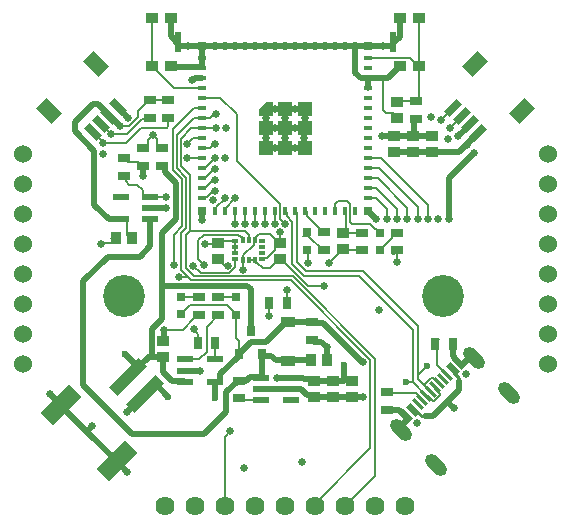
<source format=gbr>
%TF.GenerationSoftware,Altium Limited,Altium Designer,24.10.1 (45)*%
G04 Layer_Physical_Order=1*
G04 Layer_Color=5514966*
%FSLAX45Y45*%
%MOMM*%
%TF.SameCoordinates,EEF0193C-C13F-4000-B0C4-A13F86DA6223*%
%TF.FilePolarity,Positive*%
%TF.FileFunction,Copper,L1,Top,Signal*%
%TF.Part,Single*%
G01*
G75*
%TA.AperFunction,BGAPad,CuDef*%
%ADD10R,1.20000X1.20000*%
%TA.AperFunction,SMDPad,CuDef*%
%ADD11R,0.40000X0.40000*%
%TA.AperFunction,ConnectorPad*%
%ADD12R,0.40000X0.80000*%
%ADD13R,0.80000X0.40000*%
%TA.AperFunction,SMDPad,CuDef*%
%ADD14R,0.80000X0.80000*%
%ADD15R,0.80000X0.80000*%
%ADD16R,1.00000X0.80000*%
%ADD17R,0.55000X1.70000*%
%ADD18R,1.00000X0.90000*%
%ADD19C,0.60000*%
%ADD20R,1.40000X0.60000*%
G04:AMPARAMS|DCode=21|XSize=1mm|YSize=3.5mm|CornerRadius=0mm|HoleSize=0mm|Usage=FLASHONLY|Rotation=315.000|XOffset=0mm|YOffset=0mm|HoleType=Round|Shape=Rectangle|*
%AMROTATEDRECTD21*
4,1,4,-1.59099,-0.88388,0.88388,1.59099,1.59099,0.88388,-0.88388,-1.59099,-1.59099,-0.88388,0.0*
%
%ADD21ROTATEDRECTD21*%

G04:AMPARAMS|DCode=22|XSize=1.5mm|YSize=3.4mm|CornerRadius=0mm|HoleSize=0mm|Usage=FLASHONLY|Rotation=315.000|XOffset=0mm|YOffset=0mm|HoleType=Round|Shape=Rectangle|*
%AMROTATEDRECTD22*
4,1,4,-1.73241,-0.67175,0.67175,1.73241,1.73241,0.67175,-0.67175,-1.73241,-1.73241,-0.67175,0.0*
%
%ADD22ROTATEDRECTD22*%

G04:AMPARAMS|DCode=23|XSize=1.54991mm|YSize=0.59995mm|CornerRadius=0mm|HoleSize=0mm|Usage=FLASHONLY|Rotation=315.000|XOffset=0mm|YOffset=0mm|HoleType=Round|Shape=Rectangle|*
%AMROTATEDRECTD23*
4,1,4,-0.76009,0.33586,-0.33586,0.76009,0.76009,-0.33586,0.33586,-0.76009,-0.76009,0.33586,0.0*
%
%ADD23ROTATEDRECTD23*%

G04:AMPARAMS|DCode=24|XSize=1.8001mm|YSize=1.1999mm|CornerRadius=0mm|HoleSize=0mm|Usage=FLASHONLY|Rotation=315.000|XOffset=0mm|YOffset=0mm|HoleType=Round|Shape=Rectangle|*
%AMROTATEDRECTD24*
4,1,4,-1.06066,0.21220,-0.21220,1.06066,1.06066,-0.21220,0.21220,-1.06066,-1.06066,0.21220,0.0*
%
%ADD24ROTATEDRECTD24*%

%ADD25R,0.55000X0.35000*%
%ADD26R,0.35000X0.55000*%
%ADD27R,1.00000X0.90000*%
%ADD28R,0.90000X1.00000*%
%ADD29R,0.80000X1.00000*%
%ADD30R,1.22000X0.91000*%
%ADD31R,0.80000X0.90000*%
G04:AMPARAMS|DCode=32|XSize=0.57506mm|YSize=1.15011mm|CornerRadius=0mm|HoleSize=0mm|Usage=FLASHONLY|Rotation=45.000|XOffset=0mm|YOffset=0mm|HoleType=Round|Shape=Rectangle|*
%AMROTATEDRECTD32*
4,1,4,0.20331,-0.60994,-0.60994,0.20331,-0.20331,0.60994,0.60994,-0.20331,0.20331,-0.60994,0.0*
%
%ADD32ROTATEDRECTD32*%

G04:AMPARAMS|DCode=33|XSize=0.27508mm|YSize=1.15011mm|CornerRadius=0mm|HoleSize=0mm|Usage=FLASHONLY|Rotation=45.000|XOffset=0mm|YOffset=0mm|HoleType=Round|Shape=Rectangle|*
%AMROTATEDRECTD33*
4,1,4,0.30937,-0.50388,-0.50388,0.30937,-0.30937,0.50388,0.50388,-0.30937,0.30937,-0.50388,0.0*
%
%ADD33ROTATEDRECTD33*%

G04:AMPARAMS|DCode=34|XSize=1.8001mm|YSize=1.1999mm|CornerRadius=0mm|HoleSize=0mm|Usage=FLASHONLY|Rotation=225.000|XOffset=0mm|YOffset=0mm|HoleType=Round|Shape=Rectangle|*
%AMROTATEDRECTD34*
4,1,4,0.21220,1.06066,1.06066,0.21220,-0.21220,-1.06066,-1.06066,-0.21220,0.21220,1.06066,0.0*
%
%ADD34ROTATEDRECTD34*%

G04:AMPARAMS|DCode=35|XSize=1.54991mm|YSize=0.59995mm|CornerRadius=0mm|HoleSize=0mm|Usage=FLASHONLY|Rotation=225.000|XOffset=0mm|YOffset=0mm|HoleType=Round|Shape=Rectangle|*
%AMROTATEDRECTD35*
4,1,4,0.33586,0.76009,0.76009,0.33586,-0.33586,-0.76009,-0.76009,-0.33586,0.33586,0.76009,0.0*
%
%ADD35ROTATEDRECTD35*%

%TA.AperFunction,Conductor*%
%ADD36C,0.50800*%
%ADD37C,0.15240*%
%ADD38C,0.40640*%
%ADD39C,0.25400*%
%TA.AperFunction,ComponentPad*%
%ADD40C,1.62001*%
%ADD41C,1.52400*%
%ADD42C,0.64999*%
G04:AMPARAMS|DCode=43|XSize=2.2159mm|YSize=1.10795mm|CornerRadius=0mm|HoleSize=0mm|Usage=FLASHONLY|Rotation=135.000|XOffset=0mm|YOffset=0mm|HoleType=Round|Shape=Round|*
%AMOVALD43*
21,1,1.10795,1.10795,0.00000,0.00000,135.0*
1,1,1.10795,0.39172,-0.39172*
1,1,1.10795,-0.39172,0.39172*
%
%ADD43OVALD43*%

%TA.AperFunction,ViaPad*%
%ADD44C,3.55000*%
%ADD45C,0.66040*%
%ADD46C,0.63500*%
G36*
X2307500Y3627500D02*
X2187500D01*
Y3687500D01*
X2247500Y3747500D01*
X2307500D01*
Y3627500D01*
D02*
G37*
D10*
X2247500Y3522500D02*
D03*
Y3357500D02*
D03*
X2412500D02*
D03*
X2577500D02*
D03*
Y3522500D02*
D03*
Y3687500D02*
D03*
X2412500D02*
D03*
Y3522500D02*
D03*
D11*
X2247500Y3687500D02*
D03*
D12*
X1817500Y4222500D02*
D03*
X1902500D02*
D03*
X1987500D02*
D03*
X2072500D02*
D03*
X2157500D02*
D03*
X2242500D02*
D03*
X2327500D02*
D03*
X2412500D02*
D03*
X2497500D02*
D03*
X2582500D02*
D03*
X2667500D02*
D03*
X2752500D02*
D03*
X2837500D02*
D03*
X2922500D02*
D03*
X3007500D02*
D03*
Y2822500D02*
D03*
X2922500D02*
D03*
X2837500D02*
D03*
X2752500D02*
D03*
X2667500D02*
D03*
X2582500D02*
D03*
X2497500D02*
D03*
X2412500D02*
D03*
X2327500D02*
D03*
X2242500D02*
D03*
X2157500D02*
D03*
X2072500D02*
D03*
X1987500D02*
D03*
X1902500D02*
D03*
X1817500D02*
D03*
D13*
X3112500Y4117500D02*
D03*
Y4032500D02*
D03*
Y3947500D02*
D03*
Y3862500D02*
D03*
Y3777500D02*
D03*
Y3692500D02*
D03*
Y3607500D02*
D03*
Y3522500D02*
D03*
Y3437500D02*
D03*
Y3352500D02*
D03*
Y3267500D02*
D03*
Y3182500D02*
D03*
Y3097500D02*
D03*
Y3012500D02*
D03*
Y2927500D02*
D03*
X1712500D02*
D03*
Y3012500D02*
D03*
Y3097500D02*
D03*
Y3182500D02*
D03*
Y3267500D02*
D03*
Y3352500D02*
D03*
Y3437500D02*
D03*
Y3522500D02*
D03*
Y3607500D02*
D03*
Y3692500D02*
D03*
Y3777500D02*
D03*
Y3862500D02*
D03*
Y3947500D02*
D03*
Y4032500D02*
D03*
Y4117500D02*
D03*
D14*
X3112500Y2822500D02*
D03*
Y4222500D02*
D03*
X1712500Y2822500D02*
D03*
Y4222500D02*
D03*
D15*
X1994992Y2095009D02*
D03*
X1994992Y1945008D02*
D03*
X1534992Y1947508D02*
D03*
Y2097508D02*
D03*
X3212508Y2637492D02*
D03*
Y2487492D02*
D03*
X2599992Y2490008D02*
D03*
Y2640008D02*
D03*
D16*
X1687500Y2095000D02*
D03*
Y1945000D02*
D03*
X1845000D02*
D03*
Y2095000D02*
D03*
X2020000Y1235000D02*
D03*
Y1385000D02*
D03*
X2640000Y1880000D02*
D03*
Y1730000D02*
D03*
X1267500Y3757500D02*
D03*
Y3607500D02*
D03*
X1425000Y3757500D02*
D03*
Y3607500D02*
D03*
X1052500Y3267500D02*
D03*
Y3117500D02*
D03*
X3060000Y2637500D02*
D03*
Y2487500D02*
D03*
X3362500Y2637500D02*
D03*
Y2487500D02*
D03*
X2740000Y2490000D02*
D03*
Y2640000D02*
D03*
X3520000Y3602500D02*
D03*
Y3752500D02*
D03*
X3272500Y1290000D02*
D03*
Y1140000D02*
D03*
X1210000Y3202500D02*
D03*
Y3352500D02*
D03*
X1367500Y3352500D02*
D03*
Y3202500D02*
D03*
D17*
X1505000Y4250000D02*
D03*
X3322500D02*
D03*
D18*
X1442500Y4045000D02*
D03*
X1282500D02*
D03*
Y4455000D02*
D03*
X1442500D02*
D03*
X3385000D02*
D03*
X3545000D02*
D03*
Y4045000D02*
D03*
X3385000D02*
D03*
D19*
X1420000Y1250000D02*
D03*
X3615000Y1510000D02*
D03*
X3432500Y1370000D02*
D03*
X1057500Y1612500D02*
D03*
X1820000Y1237500D02*
D03*
X2907500Y1520000D02*
D03*
D20*
X1567500Y1565000D02*
D03*
Y1470000D02*
D03*
Y1375000D02*
D03*
X1817500D02*
D03*
Y1565000D02*
D03*
X2462500Y1410000D02*
D03*
Y1220000D02*
D03*
X2212500D02*
D03*
Y1315000D02*
D03*
Y1410000D02*
D03*
X1272500Y2750000D02*
D03*
Y2845000D02*
D03*
Y2940000D02*
D03*
X1022500D02*
D03*
Y2750000D02*
D03*
D21*
X1085741Y1417163D02*
D03*
X1227163Y1275741D02*
D03*
D22*
X512985Y1176746D02*
D03*
X986746Y702985D02*
D03*
D23*
X854923Y3558355D02*
D03*
X925651Y3629084D02*
D03*
X996362Y3699794D02*
D03*
X784212Y3487645D02*
D03*
D24*
X812500Y4067500D02*
D03*
X416507Y3671506D02*
D03*
D25*
X1992500Y2567500D02*
D03*
Y2517500D02*
D03*
Y2467500D02*
D03*
Y2417500D02*
D03*
X2217500D02*
D03*
Y2467500D02*
D03*
Y2517500D02*
D03*
Y2567500D02*
D03*
D26*
X2055000Y2405000D02*
D03*
X2105000D02*
D03*
X2155000D02*
D03*
Y2580000D02*
D03*
X2105000D02*
D03*
X2055000D02*
D03*
D27*
X2655000Y1247500D02*
D03*
Y1382500D02*
D03*
X2975000Y1247500D02*
D03*
Y1382500D02*
D03*
X2815000Y1247500D02*
D03*
Y1382500D02*
D03*
X1382500Y1582500D02*
D03*
Y1717500D02*
D03*
X3652500Y3460000D02*
D03*
Y3325000D02*
D03*
X2902500Y2632500D02*
D03*
Y2497500D02*
D03*
X3362500Y3747500D02*
D03*
Y3612500D02*
D03*
X3492500Y3460000D02*
D03*
Y3325000D02*
D03*
X3332500Y3460000D02*
D03*
Y3325000D02*
D03*
X2370000Y2550000D02*
D03*
Y2415000D02*
D03*
X1842500Y2552500D02*
D03*
Y2417500D02*
D03*
D28*
X2770000Y1560000D02*
D03*
X2635000D02*
D03*
X1112500Y2592500D02*
D03*
X977500D02*
D03*
D29*
X1822500Y1702500D02*
D03*
X1672500D02*
D03*
X2427500Y2042500D02*
D03*
X2277500D02*
D03*
X3685000Y1697500D02*
D03*
X3835000D02*
D03*
D30*
X2437500Y1881000D02*
D03*
Y1554000D02*
D03*
D31*
X2025000Y1607500D02*
D03*
X2215000D02*
D03*
X2120000Y1807500D02*
D03*
D32*
X3888940Y1536440D02*
D03*
X3832382Y1479882D02*
D03*
X3492964Y1140464D02*
D03*
X3436407Y1083907D02*
D03*
D33*
X3786421Y1433921D02*
D03*
X3751057Y1398557D02*
D03*
X3715711Y1363211D02*
D03*
X3680346Y1327846D02*
D03*
X3645000Y1292500D02*
D03*
X3609636Y1257136D02*
D03*
X3574290Y1221790D02*
D03*
X3538925Y1186425D02*
D03*
D34*
X4021605Y4063712D02*
D03*
X4417599Y3667719D02*
D03*
D35*
X3837743Y3696007D02*
D03*
X4049893Y3483857D02*
D03*
X3979183Y3554568D02*
D03*
X3908454Y3625296D02*
D03*
D36*
X1180000Y2435000D02*
X1267500Y2522500D01*
X705000Y2227500D02*
X912500Y2435000D01*
X1180000D01*
X1367500Y2187500D02*
Y2635000D01*
X1485000Y2752500D01*
X1367500Y1905000D02*
Y2187500D01*
X1286250Y1823750D02*
X1367500Y1905000D01*
X1267500Y2522500D02*
Y2560000D01*
X1267916D02*
Y2747916D01*
X1725000Y937500D02*
X1910416Y1122916D01*
X1115000Y937500D02*
X1725000D01*
X1910416Y1122916D02*
Y1285416D01*
X705000Y1347500D02*
X1115000Y937500D01*
X705000Y1347500D02*
Y2227500D01*
X1392100Y3147900D02*
X1485000Y3055000D01*
X1372500Y3207500D02*
X1392100Y3187900D01*
Y3147900D02*
Y3187900D01*
X2120000Y1817500D02*
Y2157742D01*
X1367500Y2187500D02*
X2090242D01*
X2120000Y2157742D01*
X1485000Y2752500D02*
Y3055000D01*
X1712500Y2745000D02*
Y2822500D01*
X1712500Y2822500D02*
X1712500Y2822500D01*
X1286250Y1584012D02*
Y1823750D01*
X1267916Y2747916D02*
X1268750Y2748750D01*
X1252590Y1584012D02*
X1286250D01*
X1374011D01*
X630000Y3495000D02*
X797500Y3327500D01*
Y2872500D02*
Y3327500D01*
Y2872500D02*
X920000Y2750000D01*
X3797500Y2760000D02*
X3800000Y2757500D01*
X3797500Y2760000D02*
Y3097500D01*
X4012500Y3312500D01*
X3330000Y4242500D02*
X3385000Y4297500D01*
X3112500Y4222500D02*
X3237500D01*
X3007500D02*
X3112500D01*
X3886912Y3325000D02*
X3949412Y3387500D01*
X2667500Y4222500D02*
X2752500D01*
X2582500D02*
X2667500D01*
X2497500D02*
X2582500D01*
X2412500D02*
X2497500D01*
X2922500D02*
X3007500D01*
X2837500D02*
X2922500D01*
X2752500D02*
X2837500D01*
X3888940Y1536440D02*
X3906900Y1518479D01*
X3832500Y1592879D02*
X3888940Y1536440D01*
X3377500Y1140000D02*
X3437500Y1080000D01*
X2630000Y1740000D02*
X2654600Y1715400D01*
X2327500Y4222500D02*
X2412500D01*
X2242500D02*
X2327500D01*
X2157500D02*
X2242500D01*
X2072500D02*
X2157500D01*
X1987500D02*
X2072500D01*
X1902500D02*
X1987500D01*
X1817500D02*
X1902500D01*
X1712500D02*
X1817500D01*
X988643Y3707393D02*
X1085000Y3611036D01*
X1373750Y1716250D02*
X1383750Y1726250D01*
X1300000Y1370000D02*
X1420000Y1250000D01*
X3174584Y2760416D02*
X3179584D01*
X3112500Y2822500D02*
X3174584Y2760416D01*
X3179584D02*
X3182500Y2757500D01*
X1649124Y3947500D02*
X1712500D01*
X1624124Y3922500D02*
X1649124Y3947500D01*
X1910416Y1285416D02*
X2010000Y1385000D01*
X2085000D01*
X2897500Y2497500D02*
X2902500D01*
X3877115Y3452500D02*
X3967307Y3542692D01*
X1295000Y1370000D02*
X1300000D01*
X1820000Y1237500D02*
Y1372500D01*
X1817500Y1375000D02*
X1857500D01*
X1057500Y1612500D02*
X1148302Y1521698D01*
X2815000Y1382500D02*
X2910000D01*
X2907500Y1517500D02*
X2907511D01*
X2910000Y1382500D02*
Y1515000D01*
X2909260Y1515740D02*
Y1515750D01*
Y1515740D02*
X2910000Y1515000D01*
X2907511Y1517500D02*
X2909260Y1515750D01*
X1148302Y1479723D02*
X1248039Y1579461D01*
X2225582Y1596919D02*
X2295582D01*
X2331669Y1560832D02*
X2430668D01*
X2215000Y1607500D02*
X2225582Y1596919D01*
X2295582D02*
X2331669Y1560832D01*
X2430668D02*
X2437500Y1554000D01*
X2215000Y1412500D02*
Y1607500D01*
X3832500Y1592879D02*
Y1690000D01*
X3272500Y1140000D02*
X3377500D01*
X2975000Y1247500D02*
X3070000D01*
X2733082Y1876918D02*
X3067084Y1542916D01*
X2640000Y1880000D02*
X2643082Y1876918D01*
X2733082D01*
X2640000Y1880000D02*
X2650000D01*
X3237500Y4222500D02*
X3320400D01*
X2825000Y1247500D02*
X2970000D01*
X2815000D02*
X2825000D01*
X2827500Y1245000D01*
X2822500Y1250000D02*
X2825000Y1247500D01*
X2340000Y1410000D02*
X2462500D01*
X3492500Y3460000D02*
X3652500D01*
X3230000D02*
X3492500D01*
X3953018Y3386982D02*
X4049893Y3483857D01*
X3652500Y3325000D02*
X3886912D01*
X3949412Y3387500D02*
X3952500D01*
X3492500Y3325000D02*
X3645000D01*
X3332500D02*
X3492500D01*
X3506250Y3588750D02*
X3520000Y3602500D01*
X3506250Y3479600D02*
Y3588750D01*
X3117900Y3947500D02*
X3287500D01*
X1072500Y1121079D02*
X1227163Y1275741D01*
X1383750Y1813750D02*
X1385000Y1815000D01*
X1383750Y1726250D02*
Y1813750D01*
X3597500Y1090000D02*
X3665000D01*
X3882500Y1307500D01*
X3787342Y1205158D02*
X3840000Y1152500D01*
X3882500Y1312580D02*
Y1385000D01*
X2634500Y1557000D02*
X2642500Y1565000D01*
X2112500Y1412500D02*
X2212500D01*
X1382500Y1460000D02*
Y1577500D01*
Y1460000D02*
X1457820Y1384680D01*
X1557820D01*
X1567500Y1470000D02*
X1692500D01*
X2655000Y1382500D02*
X2800000D01*
X2770000Y1560000D02*
Y1662742D01*
X2765876Y1667500D02*
X2770000D01*
X2717977Y1715400D02*
X2765876Y1667500D01*
X1857500Y1375000D02*
X1862100Y1379600D01*
X2005000Y1240000D02*
X2007500D01*
X2655000Y1247500D02*
X2812500D01*
X2547501Y1315000D02*
X2595400Y1267100D01*
X2575400Y1402100D02*
X2635400D01*
X2463082Y1409419D02*
X2568082D01*
X2440500Y1557000D02*
X2634500D01*
X2251000Y1710000D02*
X2431000Y1890000D01*
X2437500Y1881000D02*
X2639000D01*
X2654600Y1715400D02*
X2717977D01*
X2025000Y1612500D02*
X2122500Y1710000D01*
X2251000D01*
X2025000Y1607500D02*
Y1612500D01*
X2212500Y1315000D02*
X2347500D01*
X2547501D01*
X1862100Y1379600D02*
Y1439600D01*
X2085000Y1385000D02*
X2112500Y1412500D01*
X1862100Y1439600D02*
X2010400Y1587900D01*
X1210000Y3120000D02*
Y3195000D01*
X630000Y3495000D02*
Y3572500D01*
X782500Y3725000D02*
X829615D01*
X630000Y3572500D02*
X782500Y3725000D01*
X829615D02*
X917932Y3636683D01*
X920000Y2750000D02*
X960000D01*
X948557Y3606058D02*
X1015000Y3539615D01*
X1272500Y2845000D02*
X1402500D01*
X420000Y1269731D02*
X512985Y1176746D01*
X986746Y702985D02*
X1077231Y612500D01*
X736115Y953616D02*
X986746Y702985D01*
X517500Y1172231D02*
X736115Y953616D01*
X780000Y997500D01*
X3380000Y986837D02*
X3454367Y1061205D01*
X3380000Y977500D02*
Y986837D01*
X3911642Y1518479D02*
X3985662Y1592500D01*
X4007500D01*
X3906900Y1518479D02*
X3911642D01*
X1587500Y4222500D02*
X1712500D01*
X1507100D02*
X1587500D01*
X1505000Y4224600D02*
X1507100Y4222500D01*
X1505000Y4224600D02*
Y4250000D01*
X1449600Y4037900D02*
X1697900D01*
X1442500Y4045000D02*
X1449600Y4037900D01*
X1712500D02*
Y4112100D01*
X1442500Y4305000D02*
Y4455000D01*
Y4305000D02*
X1500000Y4247500D01*
X3320400Y4222500D02*
X3322500Y4224600D01*
Y4250000D01*
X3385000Y4297500D02*
Y4455000D01*
X3380000Y4045000D02*
X3385000D01*
X3360400Y4020400D02*
Y4025400D01*
X3380000Y4045000D01*
X3287500Y3947500D02*
X3360400Y4020400D01*
X3007500Y3992258D02*
X3052258Y3947500D01*
X3112500D01*
X3007500Y3992258D02*
Y4207900D01*
X1712500Y4117500D02*
Y4212500D01*
X1712500Y4212500D01*
X3112500Y3862500D02*
Y3942100D01*
D37*
X1470000Y2365000D02*
Y2620000D01*
X1542500Y2692500D01*
X1532500Y2635000D02*
X1575000Y2677500D01*
X1532500Y2320000D02*
Y2635000D01*
Y2320000D02*
X1588750Y2263750D01*
X860120Y2550120D02*
X970120D01*
X852500Y2542500D02*
X860120Y2550120D01*
X2462500Y2235000D02*
X3135000Y1562500D01*
X1617500Y2235000D02*
X2462500D01*
X1588750Y2263750D02*
X1617500Y2235000D01*
X1571250Y2621250D02*
X1605000Y2655000D01*
X1571250Y2338750D02*
Y2621250D01*
X1495000Y3185000D02*
Y3465000D01*
Y3185000D02*
X1575000Y3105000D01*
Y2677500D02*
Y3105000D01*
X1465000Y3167500D02*
Y3515000D01*
Y3167500D02*
X1542500Y3090000D01*
Y2692500D02*
Y3090000D01*
X1605000Y2652500D02*
Y3125000D01*
X1527500Y3202500D02*
X1605000Y3125000D01*
X1571250Y2338750D02*
X1642500Y2267500D01*
X1605000Y2655000D02*
X2072500D01*
X1605000Y2652500D02*
Y2655000D01*
X1527500Y3202500D02*
Y3430000D01*
X2590000Y2310000D02*
X3075000D01*
X3541250Y1436250D02*
Y1843750D01*
X3075000Y2310000D02*
X3541250Y1843750D01*
X2575000Y2272500D02*
X3037500D01*
X3494636Y1815364D01*
Y1372500D02*
Y1815364D01*
X1645120Y1912620D02*
Y1912620D01*
X1385000Y1815000D02*
X1547500D01*
X1645120Y1912620D01*
Y1912620D02*
X1678180Y1945680D01*
X1680680D01*
X1750000Y1839052D02*
X1865233Y1954285D01*
X1750000Y1630000D02*
Y1839052D01*
X1685000Y1565000D02*
X1750000Y1630000D01*
X1567500Y1565000D02*
X1685000D01*
X1997500Y1747500D02*
Y1938929D01*
Y1747500D02*
X2025000Y1720000D01*
X1845000Y2095000D02*
X1987499D01*
X1534992Y2097508D02*
X1689992D01*
X1609984Y2022500D02*
X1917500D01*
X1542484Y1955000D02*
X1609984Y2022500D01*
X1917500D02*
X1993750Y1946250D01*
X2025000Y1612500D02*
Y1720000D01*
X970120Y2550120D02*
X977500Y2557500D01*
X2480000Y2267500D02*
X3175000Y1572500D01*
X1642500Y2267500D02*
X2480000D01*
X1940000Y2295000D02*
X1992500Y2347500D01*
X1700000Y2295000D02*
X1940000D01*
X1635000Y2360000D02*
X1700000Y2295000D01*
X1865000Y3777500D02*
X2002500Y3640000D01*
Y3247500D02*
X2370000Y2880000D01*
X2002500Y3247500D02*
Y3640000D01*
X2370000Y2757500D02*
Y2880000D01*
X2475000Y2372500D02*
X2575000Y2272500D01*
X2424880Y2782621D02*
X2475000Y2732501D01*
Y2372500D02*
Y2732501D01*
X2509880Y2783812D02*
Y2810120D01*
X2512500Y2387500D02*
Y2781192D01*
Y2387500D02*
X2590000Y2310000D01*
X2497500Y2822500D02*
X2509880Y2810120D01*
Y2783812D02*
X2512500Y2781192D01*
X2370000Y2757500D02*
X2415000Y2712500D01*
X2415000D01*
X2372500Y2572500D02*
Y2645000D01*
X2360000Y2560000D02*
X2372500Y2572500D01*
X1712500Y3777500D02*
X1865000D01*
X1817500Y3267500D02*
X1822500D01*
X1732500Y3182500D02*
X1817500Y3267500D01*
X1822500Y2542500D02*
X1847500Y2567500D01*
X1167380Y3235120D02*
X1207500Y3195000D01*
X942500Y2592500D02*
X977500Y2557500D01*
X1992500Y2472500D02*
X1995000Y2470000D01*
X1813474Y3387500D02*
X1822500D01*
X1730000Y3352500D02*
X1778474D01*
X1813474Y3387500D01*
X1721250Y3361250D02*
X1730000Y3352500D01*
X1712500D02*
X1721250Y3361250D01*
X1712500Y3522500D02*
X1713750Y3521250D01*
X1823750D02*
X1825000Y3520000D01*
X1713750Y3521250D02*
X1823750D01*
X1813474Y3642500D02*
X1825000D01*
X1778474Y3607500D02*
X1813474Y3642500D01*
X1733060Y3607500D02*
X1778474D01*
X1722780Y3617780D02*
X1733060Y3607500D01*
X1712500D02*
X1722780Y3617780D01*
X1904500Y325500D02*
X1917500Y312500D01*
X1904500Y325500D02*
Y912000D01*
X1947500Y955000D01*
X2602500Y2380000D02*
Y2487500D01*
X2599992Y2490008D02*
X2602500Y2487500D01*
X2327620Y2587380D02*
X2357500Y2557500D01*
X2782500Y2382500D02*
X2883568Y2483568D01*
X2888568D01*
X2780000Y2382500D02*
X2782500D01*
X2582500Y2830000D02*
X2594880Y2817620D01*
X2730000Y2640000D02*
X2740000D01*
X2594880Y2775120D02*
X2730000Y2640000D01*
X2594880Y2775120D02*
Y2817620D01*
X2567500Y2610000D02*
X2610000D01*
X2730000Y2490000D02*
X2740000D01*
X2610000Y2610000D02*
X2730000Y2490000D01*
X3610000Y1505000D02*
Y1510000D01*
X3541250Y1436250D02*
X3610000Y1505000D01*
X3541250Y1398750D02*
Y1436250D01*
X3494636Y1372136D02*
X3609636Y1257136D01*
X3492500Y1370000D02*
X3495000Y1372500D01*
X3432500Y1370000D02*
X3492500D01*
X2072500Y2655000D02*
X2106067Y2621433D01*
X2105000Y2580000D02*
X2106067Y2581067D01*
Y2621433D01*
X2015000Y2620000D02*
X2035120Y2599880D01*
X1722500Y2620000D02*
X2015000D01*
X1677500Y2575000D02*
X1722500Y2620000D01*
X1897780Y2367220D02*
X1915280D01*
X1925000Y2357500D01*
X1850000Y2415000D02*
X1897780Y2367220D01*
X1850000Y2415000D02*
Y2430000D01*
X1737500Y2542500D02*
X1822500D01*
X2602500Y2187500D02*
X2742500D01*
X2372500Y2407500D02*
X2382500D01*
X2602500Y2187500D01*
X2287500Y2337500D02*
X2365000Y2415000D01*
X1827500Y2095000D02*
X1827500Y2095000D01*
X3180128Y2669872D02*
X3217500Y2632500D01*
X3175128Y2669872D02*
X3180128D01*
X3217500Y2627500D02*
Y2632500D01*
X2978927Y2715000D02*
X3130000D01*
X3175128Y2669872D01*
X3135000Y812500D02*
Y1562500D01*
X2655000Y332500D02*
X3135000Y812500D01*
X3175000Y579500D02*
Y1572500D01*
X2920500Y325000D02*
X3175000Y579500D01*
X3272500Y1290000D02*
X3285000Y1277500D01*
X3518579D01*
X3357500Y2482500D02*
X3362500Y2487500D01*
X3332500Y2457500D02*
X3357500Y2482500D01*
X1672500Y1702500D02*
Y1778753D01*
X1645000Y1806253D02*
Y1820000D01*
Y1806253D02*
X1672500Y1778753D01*
X2427500Y2042500D02*
Y2155000D01*
X2277500Y1932500D02*
Y2042500D01*
X3240000Y3675000D02*
X3265120Y3649880D01*
X3240000Y3675000D02*
Y3945000D01*
X3265120Y3649880D02*
X3325120D01*
X3362500Y3612500D01*
X1677500Y2417500D02*
Y2575000D01*
Y2417500D02*
X1730000Y2365000D01*
X2164880Y2385120D02*
X2174880D01*
X2222500Y2337500D02*
X2287500D01*
X2155000Y2395000D02*
X2164880Y2385120D01*
X2174880D02*
X2222500Y2337500D01*
X2155000Y2395000D02*
Y2405000D01*
X2329076Y2494076D02*
Y2512620D01*
X2223424Y2423424D02*
X2258424D01*
X2343955Y2527500D02*
X2362500D01*
X2217500Y2417500D02*
X2223424Y2423424D01*
X2258424D02*
X2329076Y2494076D01*
Y2512620D02*
X2343955Y2527500D01*
X2105000Y2405000D02*
X2152500D01*
X2145120Y2572620D02*
X2157500Y2585000D01*
X2055000Y2447500D02*
X2145120Y2537620D01*
Y2572620D01*
X2055000Y2405000D02*
Y2447500D01*
X2327620Y2587380D02*
X2327620D01*
X2285000Y2630000D02*
X2327620Y2587380D01*
X2195000Y2630000D02*
X2285000D01*
X2155000Y2590000D02*
X2195000Y2630000D01*
X1992500Y2517500D02*
Y2565000D01*
X1847500Y2567500D02*
X1982500D01*
X1985000Y2565000D01*
X1992500Y2472500D02*
Y2517500D01*
Y2347500D02*
Y2417500D01*
X1515000Y2262500D02*
X1587500D01*
X2055000Y2580000D02*
Y2590000D01*
X2045120Y2599880D02*
X2055000Y2590000D01*
X2035120Y2599880D02*
X2045120D01*
X2328750Y2713750D02*
Y2821250D01*
X2327500Y2822500D02*
X2328750Y2821250D01*
Y2713750D02*
X2330000Y2712500D01*
X2242500D02*
Y2822500D01*
X2157500Y2712500D02*
Y2822500D01*
X2072500Y2712500D02*
Y2822500D01*
X2072500Y2822500D02*
X2072500Y2822500D01*
X1987500Y2712500D02*
Y2822500D01*
X2055000Y2322500D02*
X2055000Y2322500D01*
Y2405000D01*
X1495000Y3465000D02*
X1637500Y3607500D01*
X1465000Y3515000D02*
X1642500Y3692500D01*
X1712500D01*
X1637500Y3607500D02*
X1712500D01*
X1527500Y3430000D02*
X1620000Y3522500D01*
X2424880Y2782621D02*
Y2810120D01*
X2412500Y2822500D02*
X2424880Y2810120D01*
X3541250Y1398750D02*
X3590123Y1349877D01*
X3702500Y1520617D02*
Y1707500D01*
Y1520617D02*
X3786421Y1436696D01*
X3590123Y1349877D02*
X3648934Y1408688D01*
X3590123Y1349877D02*
X3625000Y1315000D01*
X3688750Y1705303D02*
X3717380Y1733933D01*
X3688750Y1700000D02*
Y1705303D01*
X3786421Y1433921D02*
Y1436696D01*
X3518579Y1277500D02*
X3568579Y1227500D01*
X1382500Y1717500D02*
X1387500D01*
X2822500Y1385000D02*
X2827500D01*
X1995000Y1230000D02*
X2005000Y1220000D01*
X1817500Y1570000D02*
X1827500Y1560000D01*
X1817500Y1570000D02*
Y1652500D01*
X2347500Y1315000D02*
Y1317500D01*
X2005000Y1220000D02*
X2212500D01*
X3357500Y2387500D02*
Y2482500D01*
X3062500Y2490000D02*
X3067500D01*
X3322500Y2457500D02*
X3332500D01*
X2922500Y2487500D02*
X3060000D01*
X2925000Y2655000D02*
Y2827500D01*
X2902500Y2632500D02*
X2925000Y2655000D01*
X2965000Y2728927D02*
X2978927Y2715000D01*
X2965000Y2728927D02*
Y2880000D01*
X2940000Y2905000D02*
X2965000Y2880000D01*
X2862500Y2905000D02*
X2940000D01*
X2837500Y2880000D02*
X2862500Y2905000D01*
X2837500Y2822500D02*
Y2880000D01*
X2902500Y2632500D02*
X3037500D01*
X3045000Y2640000D01*
X3320120Y2605120D02*
X3350000Y2635000D01*
X3212508Y2487492D02*
X3320120Y2595103D01*
Y2605120D01*
X3350000Y2635000D02*
X3360000D01*
X2699999Y2652501D02*
X2710008Y2642493D01*
X2580000Y2812500D02*
X2582500Y2810000D01*
X1084880Y3235120D02*
X1167380D01*
X1052500Y3267500D02*
X1084880Y3235120D01*
X1048927Y2750000D02*
X1071307Y2727620D01*
Y2619503D02*
Y2727620D01*
X1022500Y2750000D02*
X1048927D01*
X1071307Y2619503D02*
X1085000Y2605810D01*
X962500Y2750000D02*
X992740D01*
X1210000Y2940000D02*
Y2997500D01*
X1162380Y3045120D02*
X1210000Y2997500D01*
X1094880Y3045120D02*
X1162380D01*
X1062500Y3077500D02*
X1094880Y3045120D01*
X1062500Y3077500D02*
Y3087500D01*
X1272500Y2940000D02*
X1405000D01*
X1290000Y3465000D02*
X1327500Y3427500D01*
Y3382500D02*
Y3427500D01*
Y3382500D02*
X1357500Y3352500D01*
X1367500D01*
X1250487Y3425487D02*
X1290000Y3465000D01*
X1218107Y3352500D02*
X1250487Y3384880D01*
X1210000Y3352500D02*
X1218107D01*
X1250487Y3384880D02*
Y3425487D01*
X1585000Y3392500D02*
X1630000Y3437500D01*
X1712500D01*
X3387500Y3750000D02*
X3540000D01*
X3380000Y3757500D02*
X3387500Y3750000D01*
X3545000Y4045000D02*
Y4445000D01*
X3467500Y4117500D02*
X3540000Y4045000D01*
X3542500Y3770000D02*
Y4047500D01*
X3540000Y3767500D02*
X3542500Y3770000D01*
X3682500Y1317018D02*
X3724696Y1274821D01*
X3618311Y1257136D02*
X3662661Y1212786D01*
X3675286D01*
X3724696Y1262196D01*
Y1274821D01*
X3609636Y1257136D02*
X3618311D01*
X3648934Y1408688D02*
X3661559D01*
X3707036Y1363211D01*
X3715711D01*
X3682500Y1317018D02*
Y1327500D01*
X1258567Y3598567D02*
X1267500Y3607500D01*
X1203567Y3598567D02*
X1258567D01*
X942500Y3470000D02*
X1075000D01*
X1203567Y3598567D01*
X1225120Y3725120D02*
X1260000Y3760000D01*
X1165000Y3615000D02*
Y3665000D01*
X1260000Y3760000D02*
X1260000D01*
X1225120Y3725120D02*
Y3725120D01*
X1165000Y3665000D02*
X1225120Y3725120D01*
X1089615Y3539615D02*
X1165000Y3615000D01*
X1015000Y3539615D02*
X1089615D01*
X1267500Y3757500D02*
X1425000D01*
X1190000Y3522500D02*
X1410000D01*
X871737Y3400000D02*
X1067500D01*
X1190000Y3522500D01*
X776493Y3495243D02*
X869618Y3402118D01*
X1410000Y3522500D02*
X1425000Y3537500D01*
Y3607500D01*
X832500Y3580000D02*
X942500Y3470000D01*
X3805658Y3522500D02*
X3908454Y3625296D01*
X3836007Y3696007D02*
X3837743D01*
X3735000Y3595000D02*
X3735000D01*
X3836007Y3696007D01*
X820000Y3580000D02*
X832500D01*
X1620000Y3522500D02*
X1712500D01*
X3622500Y2755000D02*
Y2872500D01*
X3535000Y2755000D02*
Y2857500D01*
X3180000Y2927500D02*
X3272500Y2835000D01*
Y2757500D02*
Y2835000D01*
X3112500Y2927500D02*
X3180000D01*
X3360000Y2757500D02*
Y2837500D01*
X3185000Y3012500D02*
X3360000Y2837500D01*
X3112500Y3012500D02*
X3185000D01*
X3227500Y3267500D02*
X3622500Y2872500D01*
X3112500Y3267500D02*
X3227500D01*
X3210000Y3182500D02*
X3535000Y2857500D01*
X3447500Y2757500D02*
Y2847500D01*
X3197500Y3097500D02*
X3447500Y2847500D01*
X3112500Y3097500D02*
X3197500D01*
X3112500Y3182500D02*
X3210000D01*
X1285000Y4047500D02*
X1470000Y3862500D01*
X1282500Y4045000D02*
Y4442500D01*
X1277500Y4447500D02*
X1282500Y4442500D01*
X1470000Y3862500D02*
X1712500D01*
X3540000Y4450000D02*
X3545000Y4445000D01*
X3112500Y4117500D02*
X3467500D01*
X1792780Y2982780D02*
X1794033D01*
X1806253Y2995000D02*
X1820000D01*
X1794033Y2982780D02*
X1806253Y2995000D01*
X1749880Y2939880D02*
X1792780Y2982780D01*
X1712500Y2927500D02*
X1724880Y2939880D01*
X1749880D01*
X1732500Y3012500D02*
X1795280Y3075280D01*
X1712500Y3012500D02*
X1732500D01*
Y3097500D02*
X1810000Y3175000D01*
X1712500Y3097500D02*
X1732500D01*
X1810000Y3175000D02*
X1822500D01*
X1712500Y3182500D02*
X1732500D01*
X1902500Y2842500D02*
X1987500Y2927500D01*
X1902500Y2926044D02*
Y2927500D01*
X1831335Y2854880D02*
X1902500Y2926044D01*
Y2822500D02*
Y2842500D01*
X1817500Y2822500D02*
Y2842500D01*
X1829880Y2854880D02*
X1831335D01*
X1817500Y2842500D02*
X1829880Y2854880D01*
X1585000Y3267500D02*
X1712500D01*
D38*
X1148302Y1479723D02*
Y1521698D01*
X1085741Y1417163D02*
X1148302Y1479723D01*
X1557820Y1384680D02*
X1567500Y1375000D01*
D39*
X3515666Y1140464D02*
X3568631Y1087500D01*
X3597500D01*
X3492964Y1140464D02*
X3515666D01*
X3882500Y1385000D02*
Y1407500D01*
X3832382Y1457618D02*
X3882500Y1407500D01*
X3832382Y1457618D02*
Y1479882D01*
D40*
X1396500Y325000D02*
D03*
X1650500D02*
D03*
X1904500D02*
D03*
X2158500D02*
D03*
X2412500D02*
D03*
X2666500D02*
D03*
X2920500D02*
D03*
X3174500D02*
D03*
X3428500D02*
D03*
D41*
X4640000Y3300500D02*
D03*
Y3046500D02*
D03*
Y2792500D02*
D03*
Y2538500D02*
D03*
Y2284500D02*
D03*
Y2030500D02*
D03*
Y1776500D02*
D03*
Y1522500D02*
D03*
X190000Y1522000D02*
D03*
Y1776000D02*
D03*
Y2030000D02*
D03*
Y2284000D02*
D03*
Y2538000D02*
D03*
Y2792000D02*
D03*
Y3046000D02*
D03*
Y3300000D02*
D03*
D42*
X3533335Y1029390D02*
D03*
X3941689Y1437744D02*
D03*
D43*
X3397863Y964038D02*
D03*
X4008808Y1574983D02*
D03*
X4304384Y1279407D02*
D03*
X3693440Y668462D02*
D03*
D44*
X3750000Y2100000D02*
D03*
X1050000D02*
D03*
D45*
X1470000Y2365000D02*
D03*
X852500Y2542500D02*
D03*
X1712500Y2745000D02*
D03*
X872500Y3302500D02*
D03*
X2415000Y2712500D02*
D03*
X2372500Y2645000D02*
D03*
X1822500Y3267500D02*
D03*
X3800000Y2757500D02*
D03*
X3710000D02*
D03*
X3790000Y3435000D02*
D03*
X3650000Y3617500D02*
D03*
X1912500Y3522500D02*
D03*
X3182500Y2757500D02*
D03*
X1805000Y2912500D02*
D03*
X1907500Y3267500D02*
D03*
X1822500Y3387500D02*
D03*
X1825000Y3520000D02*
D03*
Y3642500D02*
D03*
X2602500Y2380000D02*
D03*
X2780000Y2382500D02*
D03*
X4012500Y3312500D02*
D03*
X1925000Y2357500D02*
D03*
X1737500Y2542500D02*
D03*
X2552500Y700000D02*
D03*
X2065000Y642500D02*
D03*
X2742500Y2187500D02*
D03*
X3070000Y1247500D02*
D03*
X1947500Y955000D02*
D03*
X3070000Y1540000D02*
D03*
X1645000Y1820000D02*
D03*
X3205000Y1985000D02*
D03*
X2427500Y2155000D02*
D03*
X2277500Y1932500D02*
D03*
X2340000Y1410000D02*
D03*
X3230000Y3460000D02*
D03*
X1625000Y3927500D02*
D03*
X1072500Y1121079D02*
D03*
X1385000Y1815000D02*
D03*
X1515000Y2262500D02*
D03*
X1730000Y2365000D02*
D03*
X2330000Y2712500D02*
D03*
X2242500D02*
D03*
X2157500D02*
D03*
X2072500D02*
D03*
X1987500D02*
D03*
X2055000Y2322500D02*
D03*
X1635000Y2360000D02*
D03*
X3840000Y1152500D02*
D03*
X1692500Y1470000D02*
D03*
X2770000Y1667500D02*
D03*
X3357500Y2387500D02*
D03*
X1402500Y2845000D02*
D03*
X1405000Y2940000D02*
D03*
X420000Y1269731D02*
D03*
X1077231Y612500D02*
D03*
X780000Y997500D02*
D03*
X1210000Y3120000D02*
D03*
X1290000Y3465000D02*
D03*
X1585000Y3392500D02*
D03*
X3948536Y3382500D02*
D03*
X3877115Y3452500D02*
D03*
X1085000Y3611036D02*
D03*
X1015000Y3539615D02*
D03*
X3805658Y3522500D02*
D03*
X3735000Y3595000D02*
D03*
X871737Y3400000D02*
D03*
X942500Y3470000D02*
D03*
X3272500Y2757500D02*
D03*
X3360000D02*
D03*
X3622500D02*
D03*
X3535000D02*
D03*
X3447500D02*
D03*
X3237500Y4222500D02*
D03*
X1587500D02*
D03*
X1822500Y2995000D02*
D03*
Y3085000D02*
D03*
Y3175000D02*
D03*
X1987500Y2927500D02*
D03*
X1902500D02*
D03*
X1585000Y3267500D02*
D03*
D46*
X2492500Y3357500D02*
D03*
Y3520000D02*
D03*
X2327500Y3522500D02*
D03*
Y3357500D02*
D03*
X2247500Y3442500D02*
D03*
X2415000Y3605000D02*
D03*
X2495000Y3687500D02*
D03*
X2330000D02*
D03*
X2247500Y3607500D02*
D03*
X2412500Y3440000D02*
D03*
X2577500Y3605000D02*
D03*
X2575000Y3442500D02*
D03*
%TF.MD5,be4be4d1354b93da815ba0f560fa4161*%
M02*

</source>
